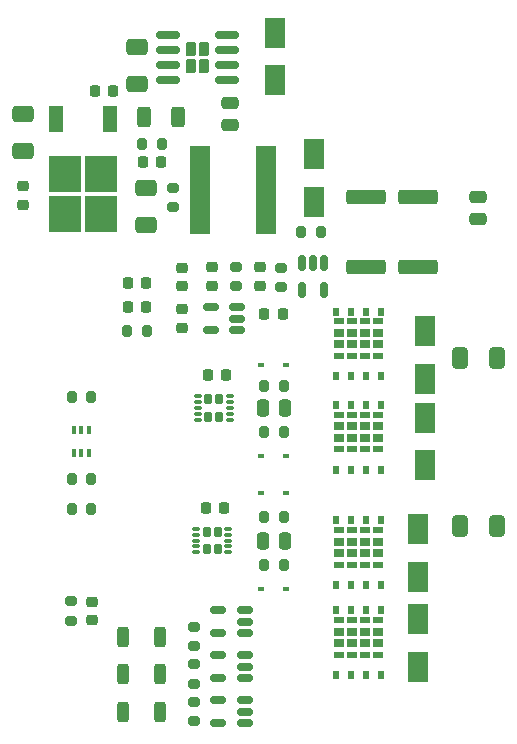
<source format=gbr>
%TF.GenerationSoftware,KiCad,Pcbnew,6.0.2+dfsg-1*%
%TF.CreationDate,2023-01-07T19:56:01+01:00*%
%TF.ProjectId,hBridge3620,68427269-6467-4653-9336-32302e6b6963,1.0*%
%TF.SameCoordinates,Original*%
%TF.FileFunction,Paste,Bot*%
%TF.FilePolarity,Positive*%
%FSLAX46Y46*%
G04 Gerber Fmt 4.6, Leading zero omitted, Abs format (unit mm)*
G04 Created by KiCad (PCBNEW 6.0.2+dfsg-1) date 2023-01-07 19:56:01*
%MOMM*%
%LPD*%
G01*
G04 APERTURE LIST*
G04 Aperture macros list*
%AMRoundRect*
0 Rectangle with rounded corners*
0 $1 Rounding radius*
0 $2 $3 $4 $5 $6 $7 $8 $9 X,Y pos of 4 corners*
0 Add a 4 corners polygon primitive as box body*
4,1,4,$2,$3,$4,$5,$6,$7,$8,$9,$2,$3,0*
0 Add four circle primitives for the rounded corners*
1,1,$1+$1,$2,$3*
1,1,$1+$1,$4,$5*
1,1,$1+$1,$6,$7*
1,1,$1+$1,$8,$9*
0 Add four rect primitives between the rounded corners*
20,1,$1+$1,$2,$3,$4,$5,0*
20,1,$1+$1,$4,$5,$6,$7,0*
20,1,$1+$1,$6,$7,$8,$9,0*
20,1,$1+$1,$8,$9,$2,$3,0*%
G04 Aperture macros list end*
%ADD10R,2.750000X3.050000*%
%ADD11R,1.200000X2.200000*%
%ADD12RoundRect,0.225000X-0.225000X-0.250000X0.225000X-0.250000X0.225000X0.250000X-0.225000X0.250000X0*%
%ADD13RoundRect,0.250000X0.650000X-0.412500X0.650000X0.412500X-0.650000X0.412500X-0.650000X-0.412500X0*%
%ADD14RoundRect,0.250000X-1.425000X0.362500X-1.425000X-0.362500X1.425000X-0.362500X1.425000X0.362500X0*%
%ADD15RoundRect,0.200000X-0.200000X-0.275000X0.200000X-0.275000X0.200000X0.275000X-0.200000X0.275000X0*%
%ADD16RoundRect,0.180000X0.180000X0.235000X-0.180000X0.235000X-0.180000X-0.235000X0.180000X-0.235000X0*%
%ADD17RoundRect,0.087500X0.212500X0.087500X-0.212500X0.087500X-0.212500X-0.087500X0.212500X-0.087500X0*%
%ADD18RoundRect,0.225000X-0.250000X0.225000X-0.250000X-0.225000X0.250000X-0.225000X0.250000X0.225000X0*%
%ADD19R,1.800000X2.500000*%
%ADD20RoundRect,0.250000X0.475000X-0.250000X0.475000X0.250000X-0.475000X0.250000X-0.475000X-0.250000X0*%
%ADD21RoundRect,0.150000X0.512500X0.150000X-0.512500X0.150000X-0.512500X-0.150000X0.512500X-0.150000X0*%
%ADD22R,0.900000X0.700000*%
%ADD23R,0.900000X0.500000*%
%ADD24R,0.510000X0.760000*%
%ADD25R,0.600000X0.450000*%
%ADD26RoundRect,0.250000X0.250000X0.475000X-0.250000X0.475000X-0.250000X-0.475000X0.250000X-0.475000X0*%
%ADD27RoundRect,0.250000X-0.650000X0.412500X-0.650000X-0.412500X0.650000X-0.412500X0.650000X0.412500X0*%
%ADD28RoundRect,0.225000X0.250000X-0.225000X0.250000X0.225000X-0.250000X0.225000X-0.250000X-0.225000X0*%
%ADD29RoundRect,0.200000X-0.275000X0.200000X-0.275000X-0.200000X0.275000X-0.200000X0.275000X0.200000X0*%
%ADD30RoundRect,0.250000X0.412500X0.650000X-0.412500X0.650000X-0.412500X-0.650000X0.412500X-0.650000X0*%
%ADD31RoundRect,0.250000X-0.312500X-0.625000X0.312500X-0.625000X0.312500X0.625000X-0.312500X0.625000X0*%
%ADD32RoundRect,0.200000X0.275000X-0.200000X0.275000X0.200000X-0.275000X0.200000X-0.275000X-0.200000X0*%
%ADD33RoundRect,0.225000X0.225000X0.250000X-0.225000X0.250000X-0.225000X-0.250000X0.225000X-0.250000X0*%
%ADD34RoundRect,0.190000X0.285000X0.685000X-0.285000X0.685000X-0.285000X-0.685000X0.285000X-0.685000X0*%
%ADD35R,1.800000X7.500000*%
%ADD36RoundRect,0.200000X0.200000X0.275000X-0.200000X0.275000X-0.200000X-0.275000X0.200000X-0.275000X0*%
%ADD37RoundRect,0.218750X0.256250X-0.218750X0.256250X0.218750X-0.256250X0.218750X-0.256250X-0.218750X0*%
%ADD38RoundRect,0.230000X0.230000X0.375000X-0.230000X0.375000X-0.230000X-0.375000X0.230000X-0.375000X0*%
%ADD39RoundRect,0.150000X0.825000X0.150000X-0.825000X0.150000X-0.825000X-0.150000X0.825000X-0.150000X0*%
%ADD40RoundRect,0.250000X-0.475000X0.250000X-0.475000X-0.250000X0.475000X-0.250000X0.475000X0.250000X0*%
%ADD41RoundRect,0.150000X-0.150000X0.512500X-0.150000X-0.512500X0.150000X-0.512500X0.150000X0.512500X0*%
%ADD42RoundRect,0.218750X0.218750X0.256250X-0.218750X0.256250X-0.218750X-0.256250X0.218750X-0.256250X0*%
%ADD43R,0.400000X0.650000*%
G04 APERTURE END LIST*
D10*
%TO.C,U2*%
X-17272000Y12954000D03*
X-14222000Y12954000D03*
X-14222000Y16304000D03*
X-17272000Y16304000D03*
D11*
X-18027000Y20929000D03*
X-13467000Y20929000D03*
%TD*%
D12*
%TO.C,C21*%
X-5313000Y-11938000D03*
X-3763000Y-11938000D03*
%TD*%
D13*
%TO.C,C13*%
X-20828000Y18249500D03*
X-20828000Y21374500D03*
%TD*%
D14*
%TO.C,R1*%
X12635000Y14392500D03*
X12635000Y8467500D03*
%TD*%
D15*
%TO.C,R17*%
X-16700000Y-9525000D03*
X-15050000Y-9525000D03*
%TD*%
D16*
%TO.C,U5*%
X-4342000Y-15482000D03*
X-4342000Y-13982000D03*
X-5242000Y-15482000D03*
X-5242000Y-13982000D03*
D17*
X-3442000Y-13732000D03*
X-3442000Y-14232000D03*
X-3442000Y-14732000D03*
X-3442000Y-15232000D03*
X-3442000Y-15732000D03*
X-6142000Y-15732000D03*
X-6142000Y-15232000D03*
X-6142000Y-14732000D03*
X-6142000Y-14232000D03*
X-6142000Y-13732000D03*
%TD*%
D18*
%TO.C,C15*%
X-20828000Y15253000D03*
X-20828000Y13703000D03*
%TD*%
D19*
%TO.C,D6*%
X13208000Y-4350000D03*
X13208000Y-8350000D03*
%TD*%
D20*
%TO.C,C8*%
X-3302000Y20452000D03*
X-3302000Y22352000D03*
%TD*%
D21*
%TO.C,U9*%
X-2037500Y-28260000D03*
X-2037500Y-29210000D03*
X-2037500Y-30160000D03*
X-4312500Y-30160000D03*
X-4312500Y-28260000D03*
%TD*%
D22*
%TO.C,Q2*%
X8105000Y-5050000D03*
D23*
X8105000Y-7010000D03*
X7005000Y-4070000D03*
X8105000Y-4070000D03*
D22*
X7005000Y-5050000D03*
D23*
X7005000Y-7010000D03*
D22*
X7005000Y-6030000D03*
X9205000Y-5050000D03*
X9205000Y-6030000D03*
D23*
X5905000Y-4070000D03*
X9205000Y-4070000D03*
D22*
X8105000Y-6030000D03*
X5905000Y-6030000D03*
X5905000Y-5050000D03*
D23*
X5905000Y-7010000D03*
X9205000Y-7010000D03*
D24*
X9460000Y-8760000D03*
X6920000Y-8760000D03*
X8190000Y-8760000D03*
X5650000Y-8760000D03*
X5650000Y-3260000D03*
X8190000Y-3260000D03*
X9460000Y-3260000D03*
X6920000Y-3260000D03*
%TD*%
D15*
%TO.C,R7*%
X-415000Y-5550501D03*
X1235000Y-5550501D03*
%TD*%
D25*
%TO.C,D4*%
X-640000Y-7582501D03*
X1460000Y-7582501D03*
%TD*%
D16*
%TO.C,U3*%
X-5125499Y-4268501D03*
X-4225499Y-2768501D03*
X-5125499Y-2768501D03*
X-4225499Y-4268501D03*
D17*
X-3325499Y-2518501D03*
X-3325499Y-3018501D03*
X-3325499Y-3518501D03*
X-3325499Y-4018501D03*
X-3325499Y-4518501D03*
X-6025499Y-4518501D03*
X-6025499Y-4018501D03*
X-6025499Y-3518501D03*
X-6025499Y-3018501D03*
X-6025499Y-2518501D03*
%TD*%
D12*
%TO.C,C1*%
X-5196499Y-724501D03*
X-3646499Y-724501D03*
%TD*%
D26*
%TO.C,C20*%
X1360000Y-14732000D03*
X-540000Y-14732000D03*
%TD*%
D27*
%TO.C,C11*%
X-10414000Y15104500D03*
X-10414000Y11979500D03*
%TD*%
D28*
%TO.C,C22*%
X-7366000Y3302000D03*
X-7366000Y4852000D03*
%TD*%
D15*
%TO.C,R4*%
X-16700000Y-12065000D03*
X-15050000Y-12065000D03*
%TD*%
D19*
%TO.C,D1*%
X508000Y24274000D03*
X508000Y28274000D03*
%TD*%
D26*
%TO.C,C17*%
X1360000Y-3518501D03*
X-540000Y-3518501D03*
%TD*%
D15*
%TO.C,R8*%
X-12001000Y3048000D03*
X-10351000Y3048000D03*
%TD*%
D29*
%TO.C,R13*%
X-2794000Y8445000D03*
X-2794000Y6795000D03*
%TD*%
D13*
%TO.C,C10*%
X-11176000Y23917500D03*
X-11176000Y27042500D03*
%TD*%
D23*
%TO.C,Q1*%
X5970000Y905000D03*
X9270000Y3845000D03*
D22*
X8170000Y1885000D03*
X7070000Y1885000D03*
X9270000Y2865000D03*
D23*
X7070000Y905000D03*
D22*
X8170000Y2865000D03*
D23*
X9270000Y905000D03*
D22*
X5970000Y2865000D03*
X5970000Y1885000D03*
D23*
X8170000Y905000D03*
D22*
X9270000Y1885000D03*
X7070000Y2865000D03*
D23*
X8170000Y3845000D03*
X5970000Y3845000D03*
X7070000Y3845000D03*
D24*
X8255000Y-845000D03*
X9525000Y-845000D03*
X6985000Y-845000D03*
X5715000Y-845000D03*
X5715000Y4655000D03*
X8255000Y4655000D03*
X6985000Y4655000D03*
X9525000Y4655000D03*
%TD*%
D19*
%TO.C,D2*%
X3810000Y17965000D03*
X3810000Y13965000D03*
%TD*%
D30*
%TO.C,C3*%
X19277500Y725000D03*
X16152500Y725000D03*
%TD*%
%TO.C,C14*%
X19277500Y-13462000D03*
X16152500Y-13462000D03*
%TD*%
D22*
%TO.C,Q3*%
X8105000Y-14825000D03*
D23*
X9205000Y-13845000D03*
X7005000Y-13845000D03*
D22*
X9205000Y-14825000D03*
D23*
X5905000Y-13845000D03*
D22*
X9205000Y-15805000D03*
D23*
X8105000Y-16785000D03*
D22*
X5905000Y-15805000D03*
D23*
X5905000Y-16785000D03*
D22*
X7005000Y-15805000D03*
X7005000Y-14825000D03*
X5905000Y-14825000D03*
X8105000Y-15805000D03*
D23*
X8105000Y-13845000D03*
X9205000Y-16785000D03*
X7005000Y-16785000D03*
D24*
X9460000Y-18535000D03*
X6920000Y-18535000D03*
X8190000Y-18535000D03*
X5650000Y-18535000D03*
X5650000Y-13035000D03*
X8190000Y-13035000D03*
X9460000Y-13035000D03*
X6920000Y-13035000D03*
%TD*%
D23*
%TO.C,Q4*%
X8105000Y-21465000D03*
X7005000Y-21465000D03*
X7005000Y-24405000D03*
D22*
X8105000Y-23425000D03*
D23*
X9205000Y-24405000D03*
D22*
X5905000Y-23425000D03*
X7005000Y-23425000D03*
X5905000Y-22445000D03*
D23*
X8105000Y-24405000D03*
D22*
X9205000Y-22445000D03*
D23*
X9205000Y-21465000D03*
D22*
X8105000Y-22445000D03*
D23*
X5905000Y-21465000D03*
D22*
X7005000Y-22445000D03*
X9205000Y-23425000D03*
D23*
X5905000Y-24405000D03*
D24*
X6920000Y-26155000D03*
X8190000Y-26155000D03*
X9460000Y-26155000D03*
X5650000Y-26155000D03*
X9460000Y-20655000D03*
X8190000Y-20655000D03*
X6920000Y-20655000D03*
X5650000Y-20655000D03*
%TD*%
D31*
%TO.C,R9*%
X-10606500Y21162000D03*
X-7681500Y21162000D03*
%TD*%
D32*
%TO.C,R20*%
X-6350000Y-26860000D03*
X-6350000Y-25210000D03*
%TD*%
D29*
%TO.C,R5*%
X1016000Y8382000D03*
X1016000Y6732000D03*
%TD*%
D19*
%TO.C,D8*%
X12635000Y-13785000D03*
X12635000Y-17785000D03*
%TD*%
D33*
%TO.C,C4*%
X1156000Y4445000D03*
X-394000Y4445000D03*
%TD*%
D14*
%TO.C,R2*%
X8255000Y14392500D03*
X8255000Y8467500D03*
%TD*%
D34*
%TO.C,D17*%
X-9245000Y-29210000D03*
X-12345000Y-29210000D03*
%TD*%
D18*
%TO.C,C18*%
X-7366000Y8382000D03*
X-7366000Y6832000D03*
%TD*%
D35*
%TO.C,L1*%
X-242000Y14986000D03*
X-5842000Y14986000D03*
%TD*%
D33*
%TO.C,C12*%
X-13195000Y23368000D03*
X-14745000Y23368000D03*
%TD*%
D32*
%TO.C,R10*%
X-8128000Y13479000D03*
X-8128000Y15129000D03*
%TD*%
D25*
%TO.C,D3*%
X-640000Y164499D03*
X1460000Y164499D03*
%TD*%
D36*
%TO.C,R12*%
X-9081000Y18876000D03*
X-10731000Y18876000D03*
%TD*%
D34*
%TO.C,D16*%
X-9245000Y-26035000D03*
X-12345000Y-26035000D03*
%TD*%
D37*
%TO.C,D14*%
X-4826000Y6832500D03*
X-4826000Y8407500D03*
%TD*%
D19*
%TO.C,D5*%
X13208000Y2984000D03*
X13208000Y-1016000D03*
%TD*%
D38*
%TO.C,U1*%
X-6604000Y26912000D03*
X-6604000Y25412000D03*
X-5464000Y25412000D03*
X-5464000Y26912000D03*
D39*
X-3559000Y28067000D03*
X-3559000Y26797000D03*
X-3559000Y25527000D03*
X-3559000Y24257000D03*
X-8509000Y24257000D03*
X-8509000Y25527000D03*
X-8509000Y26797000D03*
X-8509000Y28067000D03*
%TD*%
D40*
%TO.C,C7*%
X17715000Y14375000D03*
X17715000Y12475000D03*
%TD*%
D21*
%TO.C,U6*%
X-2672500Y5014000D03*
X-2672500Y4064000D03*
X-2672500Y3114000D03*
X-4947500Y3114000D03*
X-4947500Y5014000D03*
%TD*%
D12*
%TO.C,C9*%
X-10681000Y17352000D03*
X-9131000Y17352000D03*
%TD*%
%TO.C,C19*%
X-11951000Y7112000D03*
X-10401000Y7112000D03*
%TD*%
D29*
%TO.C,R16*%
X-16764000Y-19876000D03*
X-16764000Y-21526000D03*
%TD*%
D32*
%TO.C,R19*%
X-6350000Y-23685000D03*
X-6350000Y-22035000D03*
%TD*%
D41*
%TO.C,U4*%
X2795000Y8757500D03*
X3745000Y8757500D03*
X4695000Y8757500D03*
X4695000Y6482500D03*
X2795000Y6482500D03*
%TD*%
D21*
%TO.C,U7*%
X-2037500Y-20640000D03*
X-2037500Y-21590000D03*
X-2037500Y-22540000D03*
X-4312500Y-22540000D03*
X-4312500Y-20640000D03*
%TD*%
D25*
%TO.C,D10*%
X-640000Y-10668000D03*
X1460000Y-10668000D03*
%TD*%
D15*
%TO.C,R6*%
X-415000Y-1613501D03*
X1235000Y-1613501D03*
%TD*%
D18*
%TO.C,C16*%
X-762000Y8395000D03*
X-762000Y6845000D03*
%TD*%
D15*
%TO.C,R11*%
X2731000Y11430000D03*
X4381000Y11430000D03*
%TD*%
D34*
%TO.C,D13*%
X-9245000Y-22860000D03*
X-12345000Y-22860000D03*
%TD*%
D32*
%TO.C,R21*%
X-6350000Y-30035000D03*
X-6350000Y-28385000D03*
%TD*%
D15*
%TO.C,R15*%
X-415000Y-16764000D03*
X1235000Y-16764000D03*
%TD*%
D21*
%TO.C,U8*%
X-2037500Y-24450000D03*
X-2037500Y-25400000D03*
X-2037500Y-26350000D03*
X-4312500Y-26350000D03*
X-4312500Y-24450000D03*
%TD*%
D15*
%TO.C,R3*%
X-16700000Y-2540000D03*
X-15050000Y-2540000D03*
%TD*%
D19*
%TO.C,D9*%
X12635000Y-21405000D03*
X12635000Y-25405000D03*
%TD*%
D42*
%TO.C,D15*%
X-10388500Y5080000D03*
X-11963500Y5080000D03*
%TD*%
D43*
%TO.C,D7*%
X-15225000Y-7300000D03*
X-15875000Y-7300000D03*
X-16525000Y-7300000D03*
X-16525000Y-5400000D03*
X-15875000Y-5400000D03*
X-15225000Y-5400000D03*
%TD*%
D25*
%TO.C,D11*%
X-640000Y-18796000D03*
X1460000Y-18796000D03*
%TD*%
D28*
%TO.C,C6*%
X-14986000Y-21476000D03*
X-14986000Y-19926000D03*
%TD*%
D15*
%TO.C,R14*%
X-415000Y-12700000D03*
X1235000Y-12700000D03*
%TD*%
M02*

</source>
